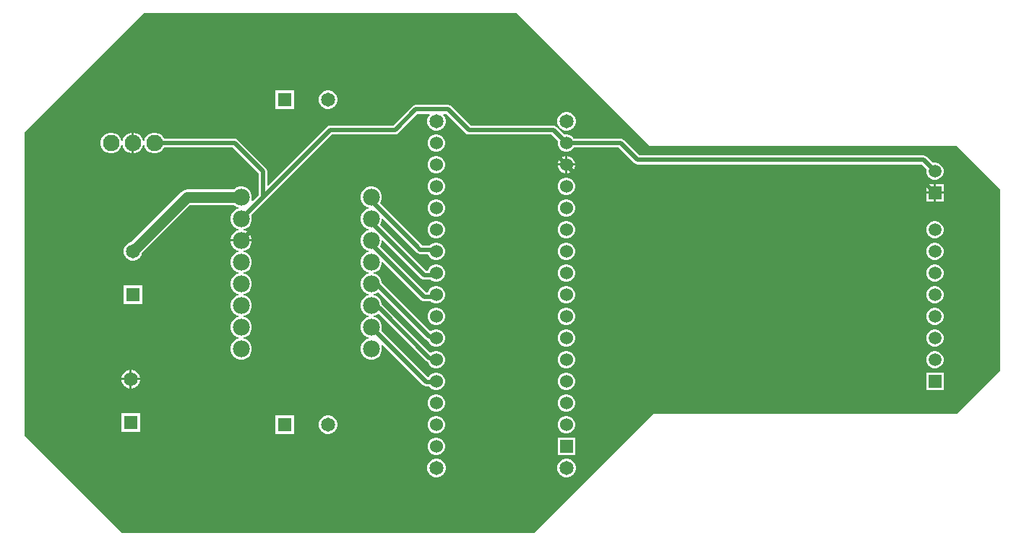
<source format=gbl>
G04*
G04 #@! TF.GenerationSoftware,Altium Limited,Altium Designer,24.3.1 (35)*
G04*
G04 Layer_Physical_Order=2*
G04 Layer_Color=16711680*
%FSLAX44Y44*%
%MOMM*%
G71*
G04*
G04 #@! TF.SameCoordinates,7EAC95E6-D10C-43C9-9056-5E7D675A08E9*
G04*
G04*
G04 #@! TF.FilePolarity,Positive*
G04*
G01*
G75*
%ADD23C,1.2700*%
%ADD24C,0.5080*%
%ADD25R,1.5000X1.5000*%
%ADD26C,1.5000*%
%ADD27R,1.5240X1.5240*%
%ADD28C,1.5240*%
%ADD29C,1.6510*%
%ADD30C,1.9800*%
%ADD31R,1.6500X1.6500*%
%ADD32C,1.6500*%
%ADD33C,1.9304*%
%ADD34R,1.6500X1.6500*%
G36*
X1291590Y732790D02*
X1651000D01*
X1701800Y681990D01*
Y469900D01*
X1651000Y419100D01*
X1295400D01*
X1155700Y279400D01*
X673100D01*
X558800Y393700D01*
Y749300D01*
X698500Y889000D01*
X1135380D01*
X1291590Y732790D01*
D02*
G37*
%LPC*%
G36*
X915820Y798190D02*
X912980D01*
X910235Y797455D01*
X907775Y796034D01*
X905766Y794025D01*
X904345Y791565D01*
X903610Y788820D01*
Y785980D01*
X904345Y783235D01*
X905766Y780775D01*
X907775Y778766D01*
X910235Y777345D01*
X912980Y776610D01*
X915820D01*
X918565Y777345D01*
X921025Y778766D01*
X923034Y780775D01*
X924455Y783235D01*
X925190Y785980D01*
Y788820D01*
X924455Y791565D01*
X923034Y794025D01*
X921025Y796034D01*
X918565Y797455D01*
X915820Y798190D01*
D02*
G37*
G36*
X874390D02*
X852810D01*
Y776610D01*
X874390D01*
Y798190D01*
D02*
G37*
G36*
X1195221Y772795D02*
X1192379D01*
X1189633Y772059D01*
X1187172Y770638D01*
X1185162Y768628D01*
X1183741Y766167D01*
X1183005Y763421D01*
Y760579D01*
X1183741Y757833D01*
X1185162Y755372D01*
X1187172Y753362D01*
X1189633Y751941D01*
X1192379Y751205D01*
X1195221D01*
X1197967Y751941D01*
X1200428Y753362D01*
X1202438Y755372D01*
X1203859Y757833D01*
X1204595Y760579D01*
Y763421D01*
X1203859Y766167D01*
X1202438Y768628D01*
X1200428Y770638D01*
X1197967Y772059D01*
X1195221Y772795D01*
D02*
G37*
G36*
X684530Y748792D02*
X684195D01*
X681094Y747961D01*
X678314Y746356D01*
X676044Y744086D01*
X674439Y741306D01*
X673757Y738763D01*
X672443D01*
X671761Y741306D01*
X670156Y744086D01*
X667886Y746356D01*
X665106Y747961D01*
X662005Y748792D01*
X658795D01*
X655694Y747961D01*
X652914Y746356D01*
X650644Y744086D01*
X649039Y741306D01*
X648208Y738205D01*
Y734995D01*
X649039Y731894D01*
X650644Y729114D01*
X652914Y726844D01*
X655694Y725239D01*
X658795Y724408D01*
X662005D01*
X665106Y725239D01*
X667886Y726844D01*
X670156Y729114D01*
X671761Y731894D01*
X672443Y734437D01*
X673757D01*
X674439Y731894D01*
X676044Y729114D01*
X678314Y726844D01*
X681094Y725239D01*
X684195Y724408D01*
X684530D01*
Y736600D01*
Y748792D01*
D02*
G37*
G36*
X1042738Y746760D02*
X1040062D01*
X1037478Y746068D01*
X1035162Y744730D01*
X1033270Y742838D01*
X1031932Y740522D01*
X1031240Y737938D01*
Y735262D01*
X1031932Y732678D01*
X1033270Y730362D01*
X1035162Y728470D01*
X1037478Y727132D01*
X1040062Y726440D01*
X1042738D01*
X1045322Y727132D01*
X1047638Y728470D01*
X1049530Y730362D01*
X1050868Y732678D01*
X1051560Y735262D01*
Y737938D01*
X1050868Y740522D01*
X1049530Y742838D01*
X1047638Y744730D01*
X1045322Y746068D01*
X1042738Y746760D01*
D02*
G37*
G36*
X1195138Y721360D02*
X1195070D01*
Y712470D01*
X1203960D01*
Y712538D01*
X1203268Y715122D01*
X1201930Y717438D01*
X1200038Y719330D01*
X1197722Y720668D01*
X1195138Y721360D01*
D02*
G37*
G36*
X1192530D02*
X1192462D01*
X1189878Y720668D01*
X1187562Y719330D01*
X1185670Y717438D01*
X1184332Y715122D01*
X1183640Y712538D01*
Y712470D01*
X1192530D01*
Y721360D01*
D02*
G37*
G36*
X1203960Y709930D02*
X1195070D01*
Y701040D01*
X1195138D01*
X1197722Y701732D01*
X1200038Y703070D01*
X1201930Y704962D01*
X1203268Y707278D01*
X1203960Y709862D01*
Y709930D01*
D02*
G37*
G36*
X1192530D02*
X1183640D01*
Y709862D01*
X1184332Y707278D01*
X1185670Y704962D01*
X1187562Y703070D01*
X1189878Y701732D01*
X1192462Y701040D01*
X1192530D01*
Y709930D01*
D02*
G37*
G36*
X1042738Y721360D02*
X1040062D01*
X1037478Y720668D01*
X1035162Y719330D01*
X1033270Y717438D01*
X1031932Y715122D01*
X1031240Y712538D01*
Y709862D01*
X1031932Y707278D01*
X1033270Y704962D01*
X1035162Y703070D01*
X1037478Y701732D01*
X1040062Y701040D01*
X1042738D01*
X1045322Y701732D01*
X1047638Y703070D01*
X1049530Y704962D01*
X1050868Y707278D01*
X1051560Y709862D01*
Y712538D01*
X1050868Y715122D01*
X1049530Y717438D01*
X1047638Y719330D01*
X1045322Y720668D01*
X1042738Y721360D01*
D02*
G37*
G36*
X1055370Y781150D02*
X1017270D01*
X1015288Y780755D01*
X1013607Y779632D01*
X990995Y757020D01*
X916940D01*
X914958Y756625D01*
X913278Y755502D01*
X844553Y686778D01*
X843380Y687264D01*
Y703580D01*
X843380Y703580D01*
X842985Y705562D01*
X841862Y707243D01*
X808842Y740263D01*
X807162Y741385D01*
X805180Y741779D01*
X722288D01*
X720956Y744086D01*
X718686Y746356D01*
X715906Y747961D01*
X712805Y748792D01*
X709595D01*
X706494Y747961D01*
X703714Y746356D01*
X701444Y744086D01*
X699839Y741306D01*
X699157Y738763D01*
X697843D01*
X697161Y741306D01*
X695556Y744086D01*
X693286Y746356D01*
X690506Y747961D01*
X687405Y748792D01*
X687070D01*
Y736600D01*
Y724408D01*
X687405D01*
X690506Y725239D01*
X693286Y726844D01*
X695556Y729114D01*
X697161Y731894D01*
X697843Y734437D01*
X699157D01*
X699839Y731894D01*
X701444Y729114D01*
X703714Y726844D01*
X706494Y725239D01*
X709595Y724408D01*
X712805D01*
X715906Y725239D01*
X718686Y726844D01*
X720956Y729114D01*
X722288Y731421D01*
X803035D01*
X833020Y701435D01*
Y675245D01*
X825880Y668105D01*
X825666Y668146D01*
X824745Y669616D01*
X825240Y671462D01*
Y674738D01*
X824392Y677902D01*
X822755Y680738D01*
X820438Y683055D01*
X817602Y684692D01*
X814438Y685540D01*
X811162D01*
X807998Y684692D01*
X805162Y683055D01*
X804174Y682067D01*
X749300D01*
X746979Y681761D01*
X744817Y680865D01*
X742960Y679440D01*
X683737Y620218D01*
X681635Y619655D01*
X679175Y618234D01*
X677166Y616225D01*
X675745Y613765D01*
X675010Y611021D01*
Y608180D01*
X675745Y605435D01*
X677166Y602975D01*
X679175Y600966D01*
X681635Y599545D01*
X684380Y598810D01*
X687221D01*
X689965Y599545D01*
X692425Y600966D01*
X694434Y602975D01*
X695855Y605435D01*
X696418Y607537D01*
X753014Y664133D01*
X804174D01*
X805162Y663146D01*
X807998Y661508D01*
X809679Y661057D01*
Y659743D01*
X807998Y659292D01*
X805162Y657654D01*
X802846Y655338D01*
X801208Y652502D01*
X800360Y649338D01*
Y646062D01*
X801208Y642898D01*
X802846Y640062D01*
X805162Y637746D01*
X807998Y636108D01*
X809679Y635657D01*
Y634343D01*
X807998Y633892D01*
X805162Y632254D01*
X802846Y629938D01*
X801208Y627102D01*
X800360Y623938D01*
Y623570D01*
X812800D01*
X825240D01*
Y623938D01*
X824392Y627102D01*
X822755Y629938D01*
X820438Y632254D01*
X817602Y633892D01*
X815921Y634343D01*
Y635657D01*
X817602Y636108D01*
X820438Y637746D01*
X822755Y640062D01*
X824392Y642898D01*
X825240Y646062D01*
Y649338D01*
X824505Y652080D01*
X841862Y669437D01*
X841862Y669437D01*
X919085Y746661D01*
X993140D01*
X995122Y747055D01*
X996803Y748177D01*
X1019415Y770790D01*
X1033128D01*
X1033654Y769520D01*
X1032762Y768628D01*
X1031341Y766167D01*
X1030605Y763421D01*
Y760579D01*
X1031341Y757833D01*
X1032762Y755372D01*
X1034772Y753362D01*
X1037233Y751941D01*
X1039979Y751205D01*
X1042821D01*
X1045567Y751941D01*
X1048028Y753362D01*
X1050038Y755372D01*
X1051459Y757833D01*
X1052195Y760579D01*
Y763421D01*
X1051459Y766167D01*
X1050038Y768628D01*
X1049146Y769520D01*
X1049672Y770790D01*
X1053225D01*
X1075837Y748177D01*
X1077518Y747055D01*
X1079500Y746661D01*
X1176415D01*
X1183957Y739119D01*
X1183640Y737938D01*
Y735262D01*
X1184332Y732678D01*
X1185670Y730362D01*
X1187562Y728470D01*
X1189878Y727132D01*
X1192462Y726440D01*
X1195138D01*
X1197722Y727132D01*
X1200038Y728470D01*
X1201930Y730362D01*
X1202541Y731421D01*
X1255155D01*
X1273449Y713126D01*
X1275130Y712003D01*
X1277112Y711609D01*
X1277112Y711609D01*
X1610247D01*
X1615854Y706001D01*
X1615560Y704902D01*
Y702258D01*
X1616244Y699705D01*
X1617566Y697415D01*
X1619435Y695546D01*
X1621725Y694224D01*
X1624278Y693540D01*
X1626922D01*
X1629475Y694224D01*
X1631765Y695546D01*
X1633634Y697415D01*
X1634956Y699705D01*
X1635640Y702258D01*
Y704902D01*
X1634956Y707455D01*
X1633634Y709745D01*
X1631765Y711614D01*
X1629475Y712936D01*
X1626922Y713620D01*
X1624278D01*
X1623179Y713326D01*
X1616055Y720451D01*
X1614374Y721573D01*
X1612392Y721967D01*
X1279257D01*
X1260963Y740263D01*
X1259282Y741385D01*
X1257300Y741779D01*
X1202541D01*
X1201930Y742838D01*
X1200038Y744730D01*
X1197722Y746068D01*
X1195138Y746760D01*
X1192462D01*
X1191281Y746443D01*
X1182223Y755502D01*
X1180542Y756625D01*
X1178560Y757020D01*
X1081645D01*
X1059033Y779632D01*
X1057352Y780755D01*
X1055370Y781150D01*
D02*
G37*
G36*
X1635640Y688220D02*
X1626870D01*
Y679450D01*
X1635640D01*
Y688220D01*
D02*
G37*
G36*
X1624330D02*
X1615560D01*
Y679450D01*
X1624330D01*
Y688220D01*
D02*
G37*
G36*
X1195138Y695960D02*
X1192462D01*
X1189878Y695268D01*
X1187562Y693930D01*
X1185670Y692038D01*
X1184332Y689722D01*
X1183640Y687138D01*
Y684462D01*
X1184332Y681878D01*
X1185670Y679562D01*
X1187562Y677670D01*
X1189878Y676332D01*
X1192462Y675640D01*
X1195138D01*
X1197722Y676332D01*
X1200038Y677670D01*
X1201930Y679562D01*
X1203268Y681878D01*
X1203960Y684462D01*
Y687138D01*
X1203268Y689722D01*
X1201930Y692038D01*
X1200038Y693930D01*
X1197722Y695268D01*
X1195138Y695960D01*
D02*
G37*
G36*
X1042738D02*
X1040062D01*
X1037478Y695268D01*
X1035162Y693930D01*
X1033270Y692038D01*
X1031932Y689722D01*
X1031240Y687138D01*
Y684462D01*
X1031932Y681878D01*
X1033270Y679562D01*
X1035162Y677670D01*
X1037478Y676332D01*
X1040062Y675640D01*
X1042738D01*
X1045322Y676332D01*
X1047638Y677670D01*
X1049530Y679562D01*
X1050868Y681878D01*
X1051560Y684462D01*
Y687138D01*
X1050868Y689722D01*
X1049530Y692038D01*
X1047638Y693930D01*
X1045322Y695268D01*
X1042738Y695960D01*
D02*
G37*
G36*
X1635640Y676910D02*
X1626870D01*
Y668140D01*
X1635640D01*
Y676910D01*
D02*
G37*
G36*
X1624330D02*
X1615560D01*
Y668140D01*
X1624330D01*
Y676910D01*
D02*
G37*
G36*
X1195138Y670560D02*
X1192462D01*
X1189878Y669868D01*
X1187562Y668530D01*
X1185670Y666638D01*
X1184332Y664322D01*
X1183640Y661738D01*
Y659062D01*
X1184332Y656478D01*
X1185670Y654162D01*
X1187562Y652270D01*
X1189878Y650932D01*
X1192462Y650240D01*
X1195138D01*
X1197722Y650932D01*
X1200038Y652270D01*
X1201930Y654162D01*
X1203268Y656478D01*
X1203960Y659062D01*
Y661738D01*
X1203268Y664322D01*
X1201930Y666638D01*
X1200038Y668530D01*
X1197722Y669868D01*
X1195138Y670560D01*
D02*
G37*
G36*
X1042738D02*
X1040062D01*
X1037478Y669868D01*
X1035162Y668530D01*
X1033270Y666638D01*
X1031932Y664322D01*
X1031240Y661738D01*
Y659062D01*
X1031932Y656478D01*
X1033270Y654162D01*
X1035162Y652270D01*
X1037478Y650932D01*
X1040062Y650240D01*
X1042738D01*
X1045322Y650932D01*
X1047638Y652270D01*
X1049530Y654162D01*
X1050868Y656478D01*
X1051560Y659062D01*
Y661738D01*
X1050868Y664322D01*
X1049530Y666638D01*
X1047638Y668530D01*
X1045322Y669868D01*
X1042738Y670560D01*
D02*
G37*
G36*
X1626922Y645040D02*
X1624278D01*
X1621725Y644356D01*
X1619435Y643034D01*
X1617566Y641165D01*
X1616244Y638875D01*
X1615560Y636322D01*
Y633678D01*
X1616244Y631125D01*
X1617566Y628835D01*
X1619435Y626966D01*
X1621725Y625644D01*
X1624278Y624960D01*
X1626922D01*
X1629475Y625644D01*
X1631765Y626966D01*
X1633634Y628835D01*
X1634956Y631125D01*
X1635640Y633678D01*
Y636322D01*
X1634956Y638875D01*
X1633634Y641165D01*
X1631765Y643034D01*
X1629475Y644356D01*
X1626922Y645040D01*
D02*
G37*
G36*
X1195138Y645160D02*
X1192462D01*
X1189878Y644468D01*
X1187562Y643130D01*
X1185670Y641238D01*
X1184332Y638922D01*
X1183640Y636338D01*
Y633662D01*
X1184332Y631078D01*
X1185670Y628762D01*
X1187562Y626870D01*
X1189878Y625532D01*
X1192462Y624840D01*
X1195138D01*
X1197722Y625532D01*
X1200038Y626870D01*
X1201930Y628762D01*
X1203268Y631078D01*
X1203960Y633662D01*
Y636338D01*
X1203268Y638922D01*
X1201930Y641238D01*
X1200038Y643130D01*
X1197722Y644468D01*
X1195138Y645160D01*
D02*
G37*
G36*
X1042738D02*
X1040062D01*
X1037478Y644468D01*
X1035162Y643130D01*
X1033270Y641238D01*
X1031932Y638922D01*
X1031240Y636338D01*
Y633662D01*
X1031932Y631078D01*
X1033270Y628762D01*
X1035162Y626870D01*
X1037478Y625532D01*
X1040062Y624840D01*
X1042738D01*
X1045322Y625532D01*
X1047638Y626870D01*
X1049530Y628762D01*
X1050868Y631078D01*
X1051560Y633662D01*
Y636338D01*
X1050868Y638922D01*
X1049530Y641238D01*
X1047638Y643130D01*
X1045322Y644468D01*
X1042738Y645160D01*
D02*
G37*
G36*
X1626922Y619640D02*
X1624278D01*
X1621725Y618956D01*
X1619435Y617634D01*
X1617566Y615765D01*
X1616244Y613475D01*
X1615560Y610922D01*
Y608278D01*
X1616244Y605725D01*
X1617566Y603435D01*
X1619435Y601566D01*
X1621725Y600244D01*
X1624278Y599560D01*
X1626922D01*
X1629475Y600244D01*
X1631765Y601566D01*
X1633634Y603435D01*
X1634956Y605725D01*
X1635640Y608278D01*
Y610922D01*
X1634956Y613475D01*
X1633634Y615765D01*
X1631765Y617634D01*
X1629475Y618956D01*
X1626922Y619640D01*
D02*
G37*
G36*
X1195138Y619760D02*
X1192462D01*
X1189878Y619068D01*
X1187562Y617730D01*
X1185670Y615838D01*
X1184332Y613522D01*
X1183640Y610938D01*
Y608262D01*
X1184332Y605678D01*
X1185670Y603362D01*
X1187562Y601470D01*
X1189878Y600132D01*
X1192462Y599440D01*
X1195138D01*
X1197722Y600132D01*
X1200038Y601470D01*
X1201930Y603362D01*
X1203268Y605678D01*
X1203960Y608262D01*
Y610938D01*
X1203268Y613522D01*
X1201930Y615838D01*
X1200038Y617730D01*
X1197722Y619068D01*
X1195138Y619760D01*
D02*
G37*
G36*
X966838Y685540D02*
X963562D01*
X960398Y684692D01*
X957562Y683055D01*
X955246Y680738D01*
X953608Y677902D01*
X952760Y674738D01*
Y671462D01*
X953608Y668298D01*
X955246Y665462D01*
X957562Y663146D01*
X960398Y661508D01*
X962079Y661057D01*
Y659743D01*
X960398Y659292D01*
X957562Y657654D01*
X955246Y655338D01*
X953608Y652502D01*
X952760Y649338D01*
Y646062D01*
X953608Y642898D01*
X955246Y640062D01*
X957562Y637746D01*
X960398Y636108D01*
X962079Y635657D01*
Y634343D01*
X960398Y633892D01*
X957562Y632254D01*
X955246Y629938D01*
X953608Y627102D01*
X952760Y623938D01*
Y620662D01*
X953608Y617498D01*
X955246Y614662D01*
X957562Y612346D01*
X960398Y610708D01*
X962079Y610257D01*
Y608943D01*
X960398Y608492D01*
X957562Y606855D01*
X955246Y604538D01*
X953608Y601702D01*
X952760Y598538D01*
Y595262D01*
X953608Y592098D01*
X955246Y589262D01*
X957562Y586945D01*
X960398Y585308D01*
X962079Y584857D01*
Y583543D01*
X960398Y583092D01*
X957562Y581455D01*
X955246Y579138D01*
X953608Y576302D01*
X952760Y573138D01*
Y569862D01*
X953608Y566698D01*
X955246Y563862D01*
X957562Y561545D01*
X960398Y559908D01*
X962079Y559457D01*
Y558143D01*
X960398Y557692D01*
X957562Y556054D01*
X955246Y553738D01*
X953608Y550902D01*
X952760Y547738D01*
Y544462D01*
X953608Y541298D01*
X955246Y538462D01*
X957562Y536146D01*
X960398Y534508D01*
X962079Y534057D01*
Y532743D01*
X960398Y532292D01*
X957562Y530654D01*
X955246Y528338D01*
X953608Y525502D01*
X952760Y522338D01*
Y519062D01*
X953608Y515898D01*
X955246Y513062D01*
X957562Y510746D01*
X960398Y509108D01*
X962079Y508657D01*
Y507343D01*
X960398Y506892D01*
X957562Y505255D01*
X955246Y502938D01*
X953608Y500102D01*
X952760Y496938D01*
Y493662D01*
X953608Y490498D01*
X955246Y487662D01*
X957562Y485345D01*
X960398Y483708D01*
X963562Y482860D01*
X966838D01*
X970002Y483708D01*
X972838Y485345D01*
X975154Y487662D01*
X976792Y490498D01*
X977640Y493662D01*
Y496938D01*
X977145Y498783D01*
X978066Y500254D01*
X978280Y500295D01*
X1025691Y452884D01*
X1027372Y451761D01*
X1029354Y451367D01*
X1033036D01*
X1033270Y450962D01*
X1035162Y449070D01*
X1037478Y447732D01*
X1040062Y447040D01*
X1042738D01*
X1045322Y447732D01*
X1047638Y449070D01*
X1049530Y450962D01*
X1050868Y453278D01*
X1051560Y455862D01*
Y458538D01*
X1050868Y461122D01*
X1049530Y463438D01*
X1047638Y465330D01*
X1045322Y466668D01*
X1042738Y467360D01*
X1040062D01*
X1037478Y466668D01*
X1035162Y465330D01*
X1033270Y463438D01*
X1032565Y462218D01*
X1031144Y462080D01*
X976905Y516320D01*
X977640Y519062D01*
Y522338D01*
X976792Y525502D01*
X975154Y528338D01*
X972838Y530654D01*
X970002Y532292D01*
X968321Y532743D01*
Y534057D01*
X970002Y534508D01*
X972838Y536146D01*
X973509Y536816D01*
X1029444Y480882D01*
X1031124Y479759D01*
X1031672Y479650D01*
X1031932Y478678D01*
X1033270Y476362D01*
X1035162Y474470D01*
X1037478Y473132D01*
X1040062Y472440D01*
X1042738D01*
X1045322Y473132D01*
X1047638Y474470D01*
X1049530Y476362D01*
X1050868Y478678D01*
X1051560Y481262D01*
Y483938D01*
X1050868Y486522D01*
X1049530Y488838D01*
X1047638Y490730D01*
X1045322Y492068D01*
X1042738Y492760D01*
X1040062D01*
X1037478Y492068D01*
X1035162Y490730D01*
X1034703Y490272D01*
X978029Y546946D01*
X977640Y547206D01*
Y547738D01*
X976792Y550902D01*
X975154Y553738D01*
X972838Y556054D01*
X970002Y557692D01*
X968321Y558143D01*
Y559457D01*
X970002Y559908D01*
X972838Y561545D01*
X973382Y562089D01*
X1029190Y506282D01*
X1030870Y505159D01*
X1031686Y504996D01*
X1031932Y504078D01*
X1033270Y501762D01*
X1035162Y499870D01*
X1037478Y498532D01*
X1040062Y497840D01*
X1042738D01*
X1045322Y498532D01*
X1047638Y499870D01*
X1049530Y501762D01*
X1050868Y504078D01*
X1051560Y506662D01*
Y509338D01*
X1050868Y511922D01*
X1049530Y514238D01*
X1047638Y516130D01*
X1045322Y517468D01*
X1042738Y518160D01*
X1040062D01*
X1037478Y517468D01*
X1035162Y516130D01*
X1034576Y515545D01*
X977775Y572346D01*
X977640Y572436D01*
Y573138D01*
X976792Y576302D01*
X975154Y579138D01*
X972838Y581455D01*
X970002Y583092D01*
X968321Y583543D01*
Y584857D01*
X970002Y585308D01*
X972838Y586945D01*
X975154Y589262D01*
X976792Y592098D01*
X977640Y595262D01*
Y596661D01*
X978813Y597147D01*
X1023616Y552343D01*
X1025297Y551221D01*
X1027279Y550826D01*
X1035005D01*
X1035162Y550670D01*
X1037478Y549332D01*
X1040062Y548640D01*
X1042738D01*
X1045322Y549332D01*
X1047638Y550670D01*
X1049530Y552562D01*
X1050868Y554878D01*
X1051560Y557462D01*
Y560138D01*
X1050868Y562722D01*
X1049530Y565038D01*
X1047638Y566930D01*
X1045322Y568268D01*
X1042738Y568960D01*
X1040062D01*
X1037478Y568268D01*
X1035162Y566930D01*
X1033270Y565038D01*
X1031932Y562722D01*
X1031521Y561185D01*
X1029424D01*
X975445Y615165D01*
X976792Y617498D01*
X977640Y620662D01*
Y622061D01*
X978813Y622547D01*
X1023616Y577743D01*
X1025297Y576621D01*
X1027279Y576227D01*
X1035005D01*
X1035162Y576070D01*
X1037478Y574732D01*
X1040062Y574040D01*
X1042738D01*
X1045322Y574732D01*
X1047638Y576070D01*
X1049530Y577962D01*
X1050868Y580278D01*
X1051560Y582862D01*
Y585538D01*
X1050868Y588122D01*
X1049530Y590438D01*
X1047638Y592330D01*
X1045322Y593668D01*
X1042738Y594360D01*
X1040062D01*
X1037478Y593668D01*
X1035162Y592330D01*
X1033270Y590438D01*
X1031932Y588122D01*
X1031521Y586586D01*
X1029424D01*
X975445Y640565D01*
X976792Y642898D01*
X977640Y646062D01*
Y647461D01*
X978813Y647947D01*
X1015234Y611525D01*
X1015235Y611525D01*
X1018885Y607875D01*
X1020565Y606753D01*
X1022547Y606358D01*
X1031750D01*
X1031932Y605678D01*
X1033270Y603362D01*
X1035162Y601470D01*
X1037478Y600132D01*
X1040062Y599440D01*
X1042738D01*
X1045322Y600132D01*
X1047638Y601470D01*
X1049530Y603362D01*
X1050868Y605678D01*
X1051560Y608262D01*
Y610938D01*
X1050868Y613522D01*
X1049530Y615838D01*
X1047638Y617730D01*
X1045322Y619068D01*
X1042738Y619760D01*
X1040062D01*
X1037478Y619068D01*
X1035162Y617730D01*
X1034149Y616717D01*
X1024693D01*
X1022559Y618851D01*
X1022559Y618851D01*
X975445Y665965D01*
X976792Y668298D01*
X977640Y671462D01*
Y674738D01*
X976792Y677902D01*
X975154Y680738D01*
X972838Y683055D01*
X970002Y684692D01*
X966838Y685540D01*
D02*
G37*
G36*
X1626922Y594240D02*
X1624278D01*
X1621725Y593556D01*
X1619435Y592234D01*
X1617566Y590365D01*
X1616244Y588075D01*
X1615560Y585522D01*
Y582878D01*
X1616244Y580325D01*
X1617566Y578035D01*
X1619435Y576166D01*
X1621725Y574844D01*
X1624278Y574160D01*
X1626922D01*
X1629475Y574844D01*
X1631765Y576166D01*
X1633634Y578035D01*
X1634956Y580325D01*
X1635640Y582878D01*
Y585522D01*
X1634956Y588075D01*
X1633634Y590365D01*
X1631765Y592234D01*
X1629475Y593556D01*
X1626922Y594240D01*
D02*
G37*
G36*
X1195138Y594360D02*
X1192462D01*
X1189878Y593668D01*
X1187562Y592330D01*
X1185670Y590438D01*
X1184332Y588122D01*
X1183640Y585538D01*
Y582862D01*
X1184332Y580278D01*
X1185670Y577962D01*
X1187562Y576070D01*
X1189878Y574732D01*
X1192462Y574040D01*
X1195138D01*
X1197722Y574732D01*
X1200038Y576070D01*
X1201930Y577962D01*
X1203268Y580278D01*
X1203960Y582862D01*
Y585538D01*
X1203268Y588122D01*
X1201930Y590438D01*
X1200038Y592330D01*
X1197722Y593668D01*
X1195138Y594360D01*
D02*
G37*
G36*
X1626922Y568840D02*
X1624278D01*
X1621725Y568156D01*
X1619435Y566834D01*
X1617566Y564965D01*
X1616244Y562675D01*
X1615560Y560122D01*
Y557478D01*
X1616244Y554925D01*
X1617566Y552635D01*
X1619435Y550766D01*
X1621725Y549444D01*
X1624278Y548760D01*
X1626922D01*
X1629475Y549444D01*
X1631765Y550766D01*
X1633634Y552635D01*
X1634956Y554925D01*
X1635640Y557478D01*
Y560122D01*
X1634956Y562675D01*
X1633634Y564965D01*
X1631765Y566834D01*
X1629475Y568156D01*
X1626922Y568840D01*
D02*
G37*
G36*
X1195138Y568960D02*
X1192462D01*
X1189878Y568268D01*
X1187562Y566930D01*
X1185670Y565038D01*
X1184332Y562722D01*
X1183640Y560138D01*
Y557462D01*
X1184332Y554878D01*
X1185670Y552562D01*
X1187562Y550670D01*
X1189878Y549332D01*
X1192462Y548640D01*
X1195138D01*
X1197722Y549332D01*
X1200038Y550670D01*
X1201930Y552562D01*
X1203268Y554878D01*
X1203960Y557462D01*
Y560138D01*
X1203268Y562722D01*
X1201930Y565038D01*
X1200038Y566930D01*
X1197722Y568268D01*
X1195138Y568960D01*
D02*
G37*
G36*
X696590Y569590D02*
X675010D01*
Y548010D01*
X696590D01*
Y569590D01*
D02*
G37*
G36*
X1626922Y543440D02*
X1624278D01*
X1621725Y542756D01*
X1619435Y541434D01*
X1617566Y539565D01*
X1616244Y537275D01*
X1615560Y534722D01*
Y532078D01*
X1616244Y529525D01*
X1617566Y527235D01*
X1619435Y525366D01*
X1621725Y524044D01*
X1624278Y523360D01*
X1626922D01*
X1629475Y524044D01*
X1631765Y525366D01*
X1633634Y527235D01*
X1634956Y529525D01*
X1635640Y532078D01*
Y534722D01*
X1634956Y537275D01*
X1633634Y539565D01*
X1631765Y541434D01*
X1629475Y542756D01*
X1626922Y543440D01*
D02*
G37*
G36*
X1195138Y543560D02*
X1192462D01*
X1189878Y542868D01*
X1187562Y541530D01*
X1185670Y539638D01*
X1184332Y537322D01*
X1183640Y534738D01*
Y532062D01*
X1184332Y529478D01*
X1185670Y527162D01*
X1187562Y525270D01*
X1189878Y523932D01*
X1192462Y523240D01*
X1195138D01*
X1197722Y523932D01*
X1200038Y525270D01*
X1201930Y527162D01*
X1203268Y529478D01*
X1203960Y532062D01*
Y534738D01*
X1203268Y537322D01*
X1201930Y539638D01*
X1200038Y541530D01*
X1197722Y542868D01*
X1195138Y543560D01*
D02*
G37*
G36*
X1042738D02*
X1040062D01*
X1037478Y542868D01*
X1035162Y541530D01*
X1033270Y539638D01*
X1031932Y537322D01*
X1031240Y534738D01*
Y532062D01*
X1031932Y529478D01*
X1033270Y527162D01*
X1035162Y525270D01*
X1037478Y523932D01*
X1040062Y523240D01*
X1042738D01*
X1045322Y523932D01*
X1047638Y525270D01*
X1049530Y527162D01*
X1050868Y529478D01*
X1051560Y532062D01*
Y534738D01*
X1050868Y537322D01*
X1049530Y539638D01*
X1047638Y541530D01*
X1045322Y542868D01*
X1042738Y543560D01*
D02*
G37*
G36*
X1626922Y518040D02*
X1624278D01*
X1621725Y517356D01*
X1619435Y516034D01*
X1617566Y514165D01*
X1616244Y511875D01*
X1615560Y509322D01*
Y506678D01*
X1616244Y504125D01*
X1617566Y501835D01*
X1619435Y499966D01*
X1621725Y498644D01*
X1624278Y497960D01*
X1626922D01*
X1629475Y498644D01*
X1631765Y499966D01*
X1633634Y501835D01*
X1634956Y504125D01*
X1635640Y506678D01*
Y509322D01*
X1634956Y511875D01*
X1633634Y514165D01*
X1631765Y516034D01*
X1629475Y517356D01*
X1626922Y518040D01*
D02*
G37*
G36*
X1195138Y518160D02*
X1192462D01*
X1189878Y517468D01*
X1187562Y516130D01*
X1185670Y514238D01*
X1184332Y511922D01*
X1183640Y509338D01*
Y506662D01*
X1184332Y504078D01*
X1185670Y501762D01*
X1187562Y499870D01*
X1189878Y498532D01*
X1192462Y497840D01*
X1195138D01*
X1197722Y498532D01*
X1200038Y499870D01*
X1201930Y501762D01*
X1203268Y504078D01*
X1203960Y506662D01*
Y509338D01*
X1203268Y511922D01*
X1201930Y514238D01*
X1200038Y516130D01*
X1197722Y517468D01*
X1195138Y518160D01*
D02*
G37*
G36*
X825240Y621030D02*
X812800D01*
X800360D01*
Y620662D01*
X801208Y617498D01*
X802846Y614662D01*
X805162Y612346D01*
X807998Y610708D01*
X809679Y610257D01*
Y608943D01*
X807998Y608492D01*
X805162Y606855D01*
X802846Y604538D01*
X801208Y601702D01*
X800360Y598538D01*
Y595262D01*
X801208Y592098D01*
X802846Y589262D01*
X805162Y586945D01*
X807998Y585308D01*
X809679Y584857D01*
Y583543D01*
X807998Y583092D01*
X805162Y581455D01*
X802846Y579138D01*
X801208Y576302D01*
X800360Y573138D01*
Y569862D01*
X801208Y566698D01*
X802846Y563862D01*
X805162Y561545D01*
X807998Y559908D01*
X809679Y559457D01*
Y558143D01*
X807998Y557692D01*
X805162Y556054D01*
X802846Y553738D01*
X801208Y550902D01*
X800360Y547738D01*
Y544462D01*
X801208Y541298D01*
X802846Y538462D01*
X805162Y536146D01*
X807998Y534508D01*
X809679Y534057D01*
Y532743D01*
X807998Y532292D01*
X805162Y530654D01*
X802846Y528338D01*
X801208Y525502D01*
X800360Y522338D01*
Y519062D01*
X801208Y515898D01*
X802846Y513062D01*
X805162Y510746D01*
X807998Y509108D01*
X809679Y508657D01*
Y507343D01*
X807998Y506892D01*
X805162Y505255D01*
X802846Y502938D01*
X801208Y500102D01*
X800360Y496938D01*
Y493662D01*
X801208Y490498D01*
X802846Y487662D01*
X805162Y485345D01*
X807998Y483708D01*
X811162Y482860D01*
X814438D01*
X817602Y483708D01*
X820438Y485345D01*
X822755Y487662D01*
X824392Y490498D01*
X825240Y493662D01*
Y496938D01*
X824392Y500102D01*
X822755Y502938D01*
X820438Y505255D01*
X817602Y506892D01*
X815921Y507343D01*
Y508657D01*
X817602Y509108D01*
X820438Y510746D01*
X822755Y513062D01*
X824392Y515898D01*
X825240Y519062D01*
Y522338D01*
X824392Y525502D01*
X822755Y528338D01*
X820438Y530654D01*
X817602Y532292D01*
X815921Y532743D01*
Y534057D01*
X817602Y534508D01*
X820438Y536146D01*
X822755Y538462D01*
X824392Y541298D01*
X825240Y544462D01*
Y547738D01*
X824392Y550902D01*
X822755Y553738D01*
X820438Y556054D01*
X817602Y557692D01*
X815921Y558143D01*
Y559457D01*
X817602Y559908D01*
X820438Y561545D01*
X822755Y563862D01*
X824392Y566698D01*
X825240Y569862D01*
Y573138D01*
X824392Y576302D01*
X822755Y579138D01*
X820438Y581455D01*
X817602Y583092D01*
X815921Y583543D01*
Y584857D01*
X817602Y585308D01*
X820438Y586945D01*
X822755Y589262D01*
X824392Y592098D01*
X825240Y595262D01*
Y598538D01*
X824392Y601702D01*
X822755Y604538D01*
X820438Y606855D01*
X817602Y608492D01*
X815921Y608943D01*
Y610257D01*
X817602Y610708D01*
X820438Y612346D01*
X822755Y614662D01*
X824392Y617498D01*
X825240Y620662D01*
Y621030D01*
D02*
G37*
G36*
X1626922Y492640D02*
X1624278D01*
X1621725Y491956D01*
X1619435Y490634D01*
X1617566Y488765D01*
X1616244Y486475D01*
X1615560Y483922D01*
Y481278D01*
X1616244Y478725D01*
X1617566Y476435D01*
X1619435Y474566D01*
X1621725Y473244D01*
X1624278Y472560D01*
X1626922D01*
X1629475Y473244D01*
X1631765Y474566D01*
X1633634Y476435D01*
X1634956Y478725D01*
X1635640Y481278D01*
Y483922D01*
X1634956Y486475D01*
X1633634Y488765D01*
X1631765Y490634D01*
X1629475Y491956D01*
X1626922Y492640D01*
D02*
G37*
G36*
X1195138Y492760D02*
X1192462D01*
X1189878Y492068D01*
X1187562Y490730D01*
X1185670Y488838D01*
X1184332Y486522D01*
X1183640Y483938D01*
Y481262D01*
X1184332Y478678D01*
X1185670Y476362D01*
X1187562Y474470D01*
X1189878Y473132D01*
X1192462Y472440D01*
X1195138D01*
X1197722Y473132D01*
X1200038Y474470D01*
X1201930Y476362D01*
X1203268Y478678D01*
X1203960Y481262D01*
Y483938D01*
X1203268Y486522D01*
X1201930Y488838D01*
X1200038Y490730D01*
X1197722Y492068D01*
X1195138Y492760D01*
D02*
G37*
G36*
X684680Y470530D02*
X684530D01*
Y461010D01*
X694050D01*
Y461161D01*
X693315Y463905D01*
X691894Y466365D01*
X689885Y468374D01*
X687425Y469795D01*
X684680Y470530D01*
D02*
G37*
G36*
X681990D02*
X681840D01*
X679095Y469795D01*
X676635Y468374D01*
X674626Y466365D01*
X673205Y463905D01*
X672470Y461161D01*
Y461010D01*
X681990D01*
Y470530D01*
D02*
G37*
G36*
X694050Y458470D02*
X684530D01*
Y448950D01*
X684680D01*
X687425Y449685D01*
X689885Y451106D01*
X691894Y453115D01*
X693315Y455575D01*
X694050Y458320D01*
Y458470D01*
D02*
G37*
G36*
X681990D02*
X672470D01*
Y458320D01*
X673205Y455575D01*
X674626Y453115D01*
X676635Y451106D01*
X679095Y449685D01*
X681840Y448950D01*
X681990D01*
Y458470D01*
D02*
G37*
G36*
X1635640Y467240D02*
X1615560D01*
Y447160D01*
X1635640D01*
Y467240D01*
D02*
G37*
G36*
X1195138Y467360D02*
X1192462D01*
X1189878Y466668D01*
X1187562Y465330D01*
X1185670Y463438D01*
X1184332Y461122D01*
X1183640Y458538D01*
Y455862D01*
X1184332Y453278D01*
X1185670Y450962D01*
X1187562Y449070D01*
X1189878Y447732D01*
X1192462Y447040D01*
X1195138D01*
X1197722Y447732D01*
X1200038Y449070D01*
X1201930Y450962D01*
X1203268Y453278D01*
X1203960Y455862D01*
Y458538D01*
X1203268Y461122D01*
X1201930Y463438D01*
X1200038Y465330D01*
X1197722Y466668D01*
X1195138Y467360D01*
D02*
G37*
G36*
Y441960D02*
X1192462D01*
X1189878Y441268D01*
X1187562Y439930D01*
X1185670Y438038D01*
X1184332Y435722D01*
X1183640Y433138D01*
Y430462D01*
X1184332Y427878D01*
X1185670Y425562D01*
X1187562Y423670D01*
X1189878Y422332D01*
X1192462Y421640D01*
X1195138D01*
X1197722Y422332D01*
X1200038Y423670D01*
X1201930Y425562D01*
X1203268Y427878D01*
X1203960Y430462D01*
Y433138D01*
X1203268Y435722D01*
X1201930Y438038D01*
X1200038Y439930D01*
X1197722Y441268D01*
X1195138Y441960D01*
D02*
G37*
G36*
X1042738D02*
X1040062D01*
X1037478Y441268D01*
X1035162Y439930D01*
X1033270Y438038D01*
X1031932Y435722D01*
X1031240Y433138D01*
Y430462D01*
X1031932Y427878D01*
X1033270Y425562D01*
X1035162Y423670D01*
X1037478Y422332D01*
X1040062Y421640D01*
X1042738D01*
X1045322Y422332D01*
X1047638Y423670D01*
X1049530Y425562D01*
X1050868Y427878D01*
X1051560Y430462D01*
Y433138D01*
X1050868Y435722D01*
X1049530Y438038D01*
X1047638Y439930D01*
X1045322Y441268D01*
X1042738Y441960D01*
D02*
G37*
G36*
X694050Y419730D02*
X672470D01*
Y398150D01*
X694050D01*
Y419730D01*
D02*
G37*
G36*
X1195138Y416560D02*
X1192462D01*
X1189878Y415868D01*
X1187562Y414530D01*
X1185670Y412638D01*
X1184332Y410322D01*
X1183640Y407738D01*
Y405062D01*
X1184332Y402478D01*
X1185670Y400162D01*
X1187562Y398270D01*
X1189878Y396932D01*
X1192462Y396240D01*
X1195138D01*
X1197722Y396932D01*
X1200038Y398270D01*
X1201930Y400162D01*
X1203268Y402478D01*
X1203960Y405062D01*
Y407738D01*
X1203268Y410322D01*
X1201930Y412638D01*
X1200038Y414530D01*
X1197722Y415868D01*
X1195138Y416560D01*
D02*
G37*
G36*
X1042738D02*
X1040062D01*
X1037478Y415868D01*
X1035162Y414530D01*
X1033270Y412638D01*
X1031932Y410322D01*
X1031240Y407738D01*
Y405062D01*
X1031932Y402478D01*
X1033270Y400162D01*
X1035162Y398270D01*
X1037478Y396932D01*
X1040062Y396240D01*
X1042738D01*
X1045322Y396932D01*
X1047638Y398270D01*
X1049530Y400162D01*
X1050868Y402478D01*
X1051560Y405062D01*
Y407738D01*
X1050868Y410322D01*
X1049530Y412638D01*
X1047638Y414530D01*
X1045322Y415868D01*
X1042738Y416560D01*
D02*
G37*
G36*
X915820Y417190D02*
X912980D01*
X910235Y416455D01*
X907775Y415034D01*
X905766Y413025D01*
X904345Y410565D01*
X903610Y407821D01*
Y404980D01*
X904345Y402235D01*
X905766Y399775D01*
X907775Y397766D01*
X910235Y396345D01*
X912980Y395610D01*
X915820D01*
X918565Y396345D01*
X921025Y397766D01*
X923034Y399775D01*
X924455Y402235D01*
X925190Y404980D01*
Y407821D01*
X924455Y410565D01*
X923034Y413025D01*
X921025Y415034D01*
X918565Y416455D01*
X915820Y417190D01*
D02*
G37*
G36*
X874390D02*
X852810D01*
Y395610D01*
X874390D01*
Y417190D01*
D02*
G37*
G36*
X1203960Y391160D02*
X1183640D01*
Y370840D01*
X1203960D01*
Y391160D01*
D02*
G37*
G36*
X1042738D02*
X1040062D01*
X1037478Y390468D01*
X1035162Y389130D01*
X1033270Y387238D01*
X1031932Y384922D01*
X1031240Y382338D01*
Y379662D01*
X1031932Y377078D01*
X1033270Y374762D01*
X1035162Y372870D01*
X1037478Y371532D01*
X1040062Y370840D01*
X1042738D01*
X1045322Y371532D01*
X1047638Y372870D01*
X1049530Y374762D01*
X1050868Y377078D01*
X1051560Y379662D01*
Y382338D01*
X1050868Y384922D01*
X1049530Y387238D01*
X1047638Y389130D01*
X1045322Y390468D01*
X1042738Y391160D01*
D02*
G37*
G36*
X1195221Y366395D02*
X1192379D01*
X1189633Y365659D01*
X1187172Y364238D01*
X1185162Y362228D01*
X1183741Y359767D01*
X1183005Y357021D01*
Y354179D01*
X1183741Y351433D01*
X1185162Y348972D01*
X1187172Y346962D01*
X1189633Y345541D01*
X1192379Y344805D01*
X1195221D01*
X1197967Y345541D01*
X1200428Y346962D01*
X1202438Y348972D01*
X1203859Y351433D01*
X1204595Y354179D01*
Y357021D01*
X1203859Y359767D01*
X1202438Y362228D01*
X1200428Y364238D01*
X1197967Y365659D01*
X1195221Y366395D01*
D02*
G37*
G36*
X1042821D02*
X1039979D01*
X1037233Y365659D01*
X1034772Y364238D01*
X1032762Y362228D01*
X1031341Y359767D01*
X1030605Y357021D01*
Y354179D01*
X1031341Y351433D01*
X1032762Y348972D01*
X1034772Y346962D01*
X1037233Y345541D01*
X1039979Y344805D01*
X1042821D01*
X1045567Y345541D01*
X1048028Y346962D01*
X1050038Y348972D01*
X1051459Y351433D01*
X1052195Y354179D01*
Y357021D01*
X1051459Y359767D01*
X1050038Y362228D01*
X1048028Y364238D01*
X1045567Y365659D01*
X1042821Y366395D01*
D02*
G37*
%LPD*%
D23*
X749300Y673100D02*
X812800D01*
X685800Y609600D02*
X749300Y673100D01*
D24*
X1040746Y456546D02*
X1041400Y457200D01*
X1029354Y456546D02*
X1040746D01*
X965200Y520700D02*
X1029354Y456546D01*
X1032852Y509944D02*
X1039456D01*
X1041400Y508000D01*
X968017Y568684D02*
X974112D01*
X965200Y571500D02*
X968017Y568684D01*
X974112D02*
X1032852Y509944D01*
X1039462Y611538D02*
X1041400Y609600D01*
X1018897Y615188D02*
X1022547Y611538D01*
X1039462D01*
X1018897Y615188D02*
X1018897D01*
X970401Y663684D02*
X1018897Y615188D01*
X970401Y638284D02*
X1027279Y581406D01*
X1039456Y484544D02*
X1041400Y482600D01*
X965200Y643717D02*
X970401Y638516D01*
X974367Y543284D02*
X1033106Y484544D01*
X1038651Y558800D02*
X1041400D01*
X965200Y546100D02*
X968017Y543284D01*
X1027279Y556006D02*
X1035857D01*
X970401Y612884D02*
Y613116D01*
X965200Y618317D02*
Y622300D01*
X970401Y663684D02*
Y663916D01*
X965200Y669117D02*
Y673100D01*
X1035857Y581406D02*
X1038651Y584200D01*
X1027279Y581406D02*
X1035857D01*
X1038651Y584200D02*
X1041400D01*
X965200Y669117D02*
X970401Y663916D01*
X965200Y618317D02*
X970401Y613116D01*
X1033106Y484544D02*
X1039456D01*
X968017Y543284D02*
X974367D01*
X1035857Y556006D02*
X1038651Y558800D01*
X965200Y643717D02*
Y647700D01*
X970401Y612884D02*
X1027279Y556006D01*
X970401Y638284D02*
Y638516D01*
X1203706Y701294D02*
X1602486D01*
X1625600Y678180D01*
X1181100Y723900D02*
X1203706Y701294D01*
X1612392Y716788D02*
X1625600Y703580D01*
X1257300Y736600D02*
X1277112Y716788D01*
X1612392D01*
X1017270Y775970D02*
X1055370D01*
X993140Y751840D02*
X1017270Y775970D01*
X1079500Y751840D02*
X1178560D01*
X1055370Y775970D02*
X1079500Y751840D01*
X916940D02*
X993140D01*
X1178560D02*
X1193800Y736600D01*
X838200Y673100D02*
X916940Y751840D01*
X838200Y673100D02*
Y703580D01*
X812800Y647700D02*
X838200Y673100D01*
X711200Y736600D02*
X805180D01*
X838200Y703580D01*
X812800Y622300D02*
X914400Y723900D01*
X1181100D01*
X1193800Y736600D02*
X1257300D01*
D25*
X1625600Y678180D02*
D03*
Y457200D02*
D03*
D26*
Y703580D02*
D03*
Y635000D02*
D03*
Y609600D02*
D03*
Y584200D02*
D03*
Y558800D02*
D03*
Y533400D02*
D03*
Y508000D02*
D03*
Y482600D02*
D03*
D27*
X1193800Y381000D02*
D03*
D28*
Y406400D02*
D03*
Y431800D02*
D03*
Y457200D02*
D03*
Y482600D02*
D03*
Y508000D02*
D03*
Y533400D02*
D03*
Y558800D02*
D03*
Y584200D02*
D03*
Y609600D02*
D03*
Y635000D02*
D03*
Y660400D02*
D03*
Y685800D02*
D03*
Y711200D02*
D03*
Y736600D02*
D03*
X1041400D02*
D03*
Y711200D02*
D03*
Y685800D02*
D03*
Y660400D02*
D03*
Y635000D02*
D03*
Y609600D02*
D03*
Y584200D02*
D03*
Y558800D02*
D03*
Y533400D02*
D03*
Y508000D02*
D03*
Y482600D02*
D03*
Y457200D02*
D03*
Y431800D02*
D03*
Y406400D02*
D03*
Y381000D02*
D03*
D29*
X1193800Y355600D02*
D03*
X1041400D02*
D03*
Y762000D02*
D03*
X1193800D02*
D03*
D30*
X965200Y495300D02*
D03*
Y520700D02*
D03*
Y546100D02*
D03*
Y571500D02*
D03*
Y596900D02*
D03*
Y622300D02*
D03*
Y647700D02*
D03*
Y673100D02*
D03*
X812800D02*
D03*
Y647700D02*
D03*
Y622300D02*
D03*
Y596900D02*
D03*
Y571500D02*
D03*
Y546100D02*
D03*
Y520700D02*
D03*
Y495300D02*
D03*
D31*
X863600Y787400D02*
D03*
Y406400D02*
D03*
D32*
X914400Y787400D02*
D03*
Y406400D02*
D03*
X685800Y609600D02*
D03*
X683260Y459740D02*
D03*
D33*
X711200Y736600D02*
D03*
X685800D02*
D03*
X660400D02*
D03*
D34*
X685800Y558800D02*
D03*
X683260Y408940D02*
D03*
M02*

</source>
